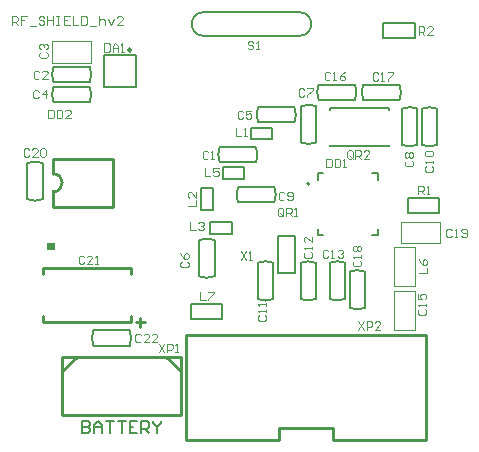
<source format=gto>
G04 Layer_Color=65535*
%FSLAX24Y24*%
%MOIN*%
G70*
G01*
G75*
%ADD10C,0.0079*%
%ADD35C,0.0098*%
%ADD52C,0.0070*%
%ADD53C,0.0100*%
%ADD54C,0.0039*%
G36*
X27752Y34211D02*
X27502D01*
Y34461D01*
X27752D01*
Y34211D01*
D02*
G37*
D10*
X36240Y36427D02*
G03*
X36240Y36427I-39J0D01*
G01*
X35906Y41358D02*
G03*
X35906Y42146I0J394D01*
G01*
X32717D02*
G03*
X32717Y41358I0J-394D01*
G01*
X33356Y36585D02*
Y36978D01*
X34065D01*
Y36781D02*
Y36978D01*
Y36585D02*
Y36781D01*
X33356Y36585D02*
X34065D01*
X33652Y34764D02*
Y35157D01*
X32943Y34764D02*
X33652D01*
X32943D02*
Y34961D01*
Y35157D01*
X33652D01*
X32628Y35561D02*
X33022D01*
X32628D02*
Y36270D01*
X32825D01*
X33022D01*
Y35561D02*
Y36270D01*
X34281Y37904D02*
Y38297D01*
X34990D01*
Y38100D02*
Y38297D01*
Y37904D02*
Y38100D01*
X34281Y37904D02*
X34990D01*
X29409Y39646D02*
X30472D01*
X29409D02*
Y40709D01*
X30472Y39646D02*
Y40709D01*
X29409D02*
X30472D01*
X36929Y38898D02*
Y38937D01*
X38898D01*
Y38898D02*
Y38937D01*
X36929Y37677D02*
Y37717D01*
Y37677D02*
X38898D01*
Y37717D01*
X38317Y36772D02*
X38514D01*
Y36545D02*
Y36772D01*
Y34715D02*
Y34931D01*
X38317Y34715D02*
X38514D01*
X36526Y36772D02*
X36703D01*
X36516D02*
X36526D01*
X36516Y36545D02*
Y36772D01*
Y34715D02*
Y34931D01*
Y34715D02*
X36703D01*
X35207Y34685D02*
X35758D01*
X35207Y33465D02*
X35758D01*
X35207D02*
Y34685D01*
X35758Y33465D02*
Y34685D01*
X32717Y41358D02*
X35906D01*
X32717Y42146D02*
X35906D01*
X28671Y28523D02*
Y28130D01*
X28868D01*
X28934Y28196D01*
Y28261D01*
X28868Y28327D01*
X28671D01*
X28868D01*
X28934Y28392D01*
Y28458D01*
X28868Y28523D01*
X28671D01*
X29065Y28130D02*
Y28392D01*
X29196Y28523D01*
X29327Y28392D01*
Y28130D01*
Y28327D01*
X29065D01*
X29458Y28523D02*
X29721D01*
X29590D01*
Y28130D01*
X29852Y28523D02*
X30114D01*
X29983D01*
Y28130D01*
X30508Y28523D02*
X30246D01*
Y28130D01*
X30508D01*
X30246Y28327D02*
X30377D01*
X30639Y28130D02*
Y28523D01*
X30836D01*
X30902Y28458D01*
Y28327D01*
X30836Y28261D01*
X30639D01*
X30770D02*
X30902Y28130D01*
X31033Y28523D02*
Y28458D01*
X31164Y28327D01*
X31295Y28458D01*
Y28523D01*
X31164Y28327D02*
Y28130D01*
D35*
X30305Y40886D02*
G03*
X30305Y40886I-49J0D01*
G01*
D52*
X38038Y39733D02*
G03*
X38038Y39223I609J-255D01*
G01*
X39245D02*
G03*
X39245Y39733I-608J256D01*
G01*
X27352Y37119D02*
G03*
X26842Y37119I-256J-608D01*
G01*
Y35912D02*
G03*
X27352Y35912I255J609D01*
G01*
X29043Y31545D02*
G03*
X29042Y31035I608J-256D01*
G01*
X30250D02*
G03*
X30249Y31545I-609J255D01*
G01*
X27713Y39654D02*
G03*
X27713Y39144I609J-255D01*
G01*
X28920D02*
G03*
X28920Y39654I-608J256D01*
G01*
X27713Y40324D02*
G03*
X27713Y39813I609J-255D01*
G01*
X28920D02*
G03*
X28920Y40324I-608J256D01*
G01*
X39991Y37723D02*
G03*
X40502Y37723I255J609D01*
G01*
Y38930D02*
G03*
X39991Y38930I-256J-608D01*
G01*
X39841Y38931D02*
G03*
X39331Y38931I-255J-609D01*
G01*
Y37724D02*
G03*
X39841Y37723I256J608D01*
G01*
X36475Y39010D02*
G03*
X35965Y39009I-255J-609D01*
G01*
Y37802D02*
G03*
X36475Y37802I256J608D01*
G01*
X37430Y33793D02*
G03*
X36919Y33793I-255J-609D01*
G01*
Y32586D02*
G03*
X37430Y32585I256J608D01*
G01*
X37580Y32289D02*
G03*
X38090Y32290I255J609D01*
G01*
Y33497D02*
G03*
X37580Y33497I-256J-608D01*
G01*
X34519Y32585D02*
G03*
X35029Y32585I255J609D01*
G01*
Y33792D02*
G03*
X34519Y33793I-256J-608D01*
G01*
X35946Y32585D02*
G03*
X36457Y32585I255J609D01*
G01*
Y33792D02*
G03*
X35946Y33793I-256J-608D01*
G01*
X34462Y37137D02*
G03*
X34462Y37647I-609J255D01*
G01*
X33255D02*
G03*
X33255Y37137I608J-256D01*
G01*
X34534Y38985D02*
G03*
X34534Y38475I609J-255D01*
G01*
X35741D02*
G03*
X35741Y38985I-608J256D01*
G01*
X35073Y35808D02*
G03*
X35072Y36319I-609J255D01*
G01*
X33865D02*
G03*
X33865Y35808I608J-256D01*
G01*
X32570Y33343D02*
G03*
X33081Y33343I255J609D01*
G01*
Y34550D02*
G03*
X32570Y34550I-256J-608D01*
G01*
X37760Y39224D02*
G03*
X37759Y39734I-609J255D01*
G01*
X36552D02*
G03*
X36552Y39224I608J-256D01*
G01*
X38041Y39222D02*
X39242D01*
X38041Y39733D02*
X39241D01*
X26841Y35915D02*
Y37115D01*
X27352Y35915D02*
Y37116D01*
X32283Y31919D02*
Y32431D01*
X33327Y31919D02*
Y32431D01*
X32283Y31919D02*
X33327D01*
X32283Y32431D02*
X33327D01*
X29046Y31034D02*
X30246D01*
X29045Y31545D02*
X30246D01*
X27717Y39144D02*
X28917D01*
X27717Y39655D02*
X28917D01*
X27717Y39813D02*
X28917D01*
X27717Y40324D02*
X28917D01*
X40502Y37726D02*
Y38927D01*
X39991Y37726D02*
Y38926D01*
X39331Y37726D02*
Y38927D01*
X39842Y37727D02*
Y38927D01*
X35965Y37805D02*
Y39006D01*
X36475Y37806D02*
Y39006D01*
X39518Y35453D02*
X40561D01*
X39518Y35965D02*
X40561D01*
X39518Y35453D02*
Y35965D01*
X40561Y35453D02*
Y35965D01*
X36919Y32589D02*
Y33789D01*
X37430Y32589D02*
Y33789D01*
X38091Y32293D02*
Y33494D01*
X37580Y32293D02*
Y33493D01*
X35030Y32589D02*
Y33789D01*
X34519Y32589D02*
Y33789D01*
X36457Y32589D02*
Y33789D01*
X35946Y32589D02*
Y33789D01*
X33258Y37648D02*
X34459D01*
X33259Y37137D02*
X34459D01*
X34537Y38474D02*
X35738D01*
X34537Y38985D02*
X35737D01*
X33868Y36319D02*
X35069D01*
X33869Y35808D02*
X35069D01*
X33081Y33346D02*
Y34547D01*
X32570Y33347D02*
Y34546D01*
X36555Y39734D02*
X37756D01*
X36556Y39223D02*
X37756D01*
X38711Y41791D02*
X39754D01*
X38711Y41280D02*
X39754D01*
Y41791D01*
X38711Y41280D02*
Y41791D01*
D53*
X27702Y36161D02*
G03*
X27702Y36761I0J300D01*
G01*
X28012Y30650D02*
X31949D01*
X28012Y28720D02*
X31949D01*
Y30650D01*
X28012Y28720D02*
Y30650D01*
X31476D02*
X31949Y30177D01*
X28012D02*
X28484Y30650D01*
X30309Y33417D02*
Y33617D01*
X30609Y31667D02*
Y31967D01*
X30459Y31817D02*
X30759D01*
X30309D02*
Y32017D01*
X27359Y33417D02*
Y33617D01*
Y31817D02*
Y32017D01*
Y33617D02*
X30309D01*
X27359Y31817D02*
X30309D01*
X27702Y36761D02*
Y37261D01*
Y35661D02*
X29702D01*
X27702Y37261D02*
X29702D01*
Y35661D02*
Y37261D01*
X27702Y35661D02*
Y36161D01*
X32144Y31394D02*
X40144D01*
X37044Y27894D02*
X40144D01*
X32144D02*
X35244D01*
Y28294D02*
X37044D01*
X40144Y27894D02*
Y31394D01*
X32144Y27894D02*
Y31394D01*
X37044Y27894D02*
Y28294D01*
X35244Y27894D02*
Y28294D01*
D54*
X27648Y40463D02*
Y41171D01*
X28947Y40463D02*
Y41171D01*
X27648D02*
X28947D01*
X27648Y40463D02*
X28947D01*
X40581Y34439D02*
Y35148D01*
X39281Y34439D02*
Y35148D01*
Y34439D02*
X40581D01*
X39281Y35148D02*
X40581D01*
X39059Y34319D02*
X39760D01*
X39059Y33004D02*
X39760D01*
X39059D02*
Y34319D01*
X39760Y33004D02*
Y34319D01*
X39055Y31555D02*
X39764D01*
X39055Y32854D02*
X39764D01*
X39055Y31555D02*
Y32854D01*
X39764Y31555D02*
Y32854D01*
X30627Y31381D02*
X30581Y31427D01*
X30489D01*
X30443Y31381D01*
Y31197D01*
X30489Y31152D01*
X30581D01*
X30627Y31197D01*
X30902Y31152D02*
X30718D01*
X30902Y31335D01*
Y31381D01*
X30856Y31427D01*
X30764D01*
X30718Y31381D01*
X31178Y31152D02*
X30994D01*
X31178Y31335D01*
Y31381D01*
X31132Y31427D01*
X31040D01*
X30994Y31381D01*
X28737Y33989D02*
X28691Y34035D01*
X28599D01*
X28553Y33989D01*
Y33806D01*
X28599Y33760D01*
X28691D01*
X28737Y33806D01*
X29012Y33760D02*
X28829D01*
X29012Y33944D01*
Y33989D01*
X28966Y34035D01*
X28875D01*
X28829Y33989D01*
X29104Y33760D02*
X29196D01*
X29150D01*
Y34035D01*
X29104Y33989D01*
X27545Y38886D02*
Y38611D01*
X27683D01*
X27729Y38656D01*
Y38840D01*
X27683Y38886D01*
X27545D01*
X27821D02*
Y38611D01*
X27958D01*
X28004Y38656D01*
Y38840D01*
X27958Y38886D01*
X27821D01*
X28280Y38611D02*
X28096D01*
X28280Y38794D01*
Y38840D01*
X28234Y38886D01*
X28142D01*
X28096Y38840D01*
X26906Y37562D02*
X26860Y37608D01*
X26768D01*
X26722Y37562D01*
Y37379D01*
X26768Y37333D01*
X26860D01*
X26906Y37379D01*
X27182Y37333D02*
X26998D01*
X27182Y37516D01*
Y37562D01*
X27136Y37608D01*
X27044D01*
X26998Y37562D01*
X27273D02*
X27319Y37608D01*
X27411D01*
X27457Y37562D01*
Y37379D01*
X27411Y37333D01*
X27319D01*
X27273Y37379D01*
Y37562D01*
X32871Y37484D02*
X32825Y37529D01*
X32733D01*
X32687Y37484D01*
Y37300D01*
X32733Y37254D01*
X32825D01*
X32871Y37300D01*
X32963Y37254D02*
X33054D01*
X33008D01*
Y37529D01*
X32963Y37484D01*
X27241Y40151D02*
X27195Y40197D01*
X27103D01*
X27057Y40151D01*
Y39967D01*
X27103Y39921D01*
X27195D01*
X27241Y39967D01*
X27516Y39921D02*
X27333D01*
X27516Y40105D01*
Y40151D01*
X27470Y40197D01*
X27379D01*
X27333Y40151D01*
X27290Y40814D02*
X27244Y40768D01*
Y40676D01*
X27290Y40630D01*
X27474D01*
X27520Y40676D01*
Y40768D01*
X27474Y40814D01*
X27290Y40905D02*
X27244Y40951D01*
Y41043D01*
X27290Y41089D01*
X27336D01*
X27382Y41043D01*
Y40997D01*
Y41043D01*
X27428Y41089D01*
X27474D01*
X27520Y41043D01*
Y40951D01*
X27474Y40905D01*
X27221Y39501D02*
X27175Y39547D01*
X27083D01*
X27037Y39501D01*
Y39318D01*
X27083Y39272D01*
X27175D01*
X27221Y39318D01*
X27451Y39272D02*
Y39547D01*
X27313Y39409D01*
X27497D01*
X34032Y38822D02*
X33986Y38868D01*
X33894D01*
X33848Y38822D01*
Y38638D01*
X33894Y38593D01*
X33986D01*
X34032Y38638D01*
X34308Y38868D02*
X34124D01*
Y38730D01*
X34216Y38776D01*
X34262D01*
X34308Y38730D01*
Y38638D01*
X34262Y38593D01*
X34170D01*
X34124Y38638D01*
X31985Y33835D02*
X31939Y33789D01*
Y33697D01*
X31985Y33652D01*
X32169D01*
X32215Y33697D01*
Y33789D01*
X32169Y33835D01*
X31939Y34111D02*
X31985Y34019D01*
X32077Y33927D01*
X32169D01*
X32215Y33973D01*
Y34065D01*
X32169Y34111D01*
X32123D01*
X32077Y34065D01*
Y33927D01*
X36079Y39560D02*
X36033Y39606D01*
X35942D01*
X35896Y39560D01*
Y39377D01*
X35942Y39331D01*
X36033D01*
X36079Y39377D01*
X36171Y39606D02*
X36355D01*
Y39560D01*
X36171Y39377D01*
Y39331D01*
X39465Y37201D02*
X39419Y37155D01*
Y37064D01*
X39465Y37018D01*
X39649D01*
X39695Y37064D01*
Y37155D01*
X39649Y37201D01*
X39465Y37293D02*
X39419Y37339D01*
Y37431D01*
X39465Y37477D01*
X39511D01*
X39557Y37431D01*
X39603Y37477D01*
X39649D01*
X39695Y37431D01*
Y37339D01*
X39649Y37293D01*
X39603D01*
X39557Y37339D01*
X39511Y37293D01*
X39465D01*
X39557Y37339D02*
Y37431D01*
X35410Y36106D02*
X35364Y36151D01*
X35272D01*
X35226Y36106D01*
Y35922D01*
X35272Y35876D01*
X35364D01*
X35410Y35922D01*
X35502D02*
X35548Y35876D01*
X35640D01*
X35686Y35922D01*
Y36106D01*
X35640Y36151D01*
X35548D01*
X35502Y36106D01*
Y36060D01*
X35548Y36014D01*
X35686D01*
X40144Y37014D02*
X40099Y36968D01*
Y36877D01*
X40144Y36831D01*
X40328D01*
X40374Y36877D01*
Y36968D01*
X40328Y37014D01*
X40374Y37106D02*
Y37198D01*
Y37152D01*
X40099D01*
X40144Y37106D01*
Y37336D02*
X40099Y37382D01*
Y37474D01*
X40144Y37519D01*
X40328D01*
X40374Y37474D01*
Y37382D01*
X40328Y37336D01*
X40144D01*
X34564Y32044D02*
X34518Y31998D01*
Y31906D01*
X34564Y31860D01*
X34747D01*
X34793Y31906D01*
Y31998D01*
X34747Y32044D01*
X34793Y32136D02*
Y32228D01*
Y32182D01*
X34518D01*
X34564Y32136D01*
X34793Y32365D02*
Y32457D01*
Y32411D01*
X34518D01*
X34564Y32365D01*
X36099Y34150D02*
X36053Y34104D01*
Y34012D01*
X36099Y33967D01*
X36283D01*
X36329Y34012D01*
Y34104D01*
X36283Y34150D01*
X36329Y34242D02*
Y34334D01*
Y34288D01*
X36053D01*
X36099Y34242D01*
X36329Y34655D02*
Y34472D01*
X36145Y34655D01*
X36099D01*
X36053Y34609D01*
Y34518D01*
X36099Y34472D01*
X36867Y34186D02*
X36821Y34232D01*
X36729D01*
X36683Y34186D01*
Y34003D01*
X36729Y33957D01*
X36821D01*
X36867Y34003D01*
X36959Y33957D02*
X37050D01*
X37004D01*
Y34232D01*
X36959Y34186D01*
X37188D02*
X37234Y34232D01*
X37326D01*
X37372Y34186D01*
Y34140D01*
X37326Y34094D01*
X37280D01*
X37326D01*
X37372Y34049D01*
Y34003D01*
X37326Y33957D01*
X37234D01*
X37188Y34003D01*
X39898Y32251D02*
X39852Y32205D01*
Y32113D01*
X39898Y32067D01*
X40082D01*
X40128Y32113D01*
Y32205D01*
X40082Y32251D01*
X40128Y32342D02*
Y32434D01*
Y32388D01*
X39852D01*
X39898Y32342D01*
X39852Y32756D02*
Y32572D01*
X39990D01*
X39944Y32664D01*
Y32710D01*
X39990Y32756D01*
X40082D01*
X40128Y32710D01*
Y32618D01*
X40082Y32572D01*
X36936Y40102D02*
X36890Y40148D01*
X36798D01*
X36752Y40102D01*
Y39918D01*
X36798Y39872D01*
X36890D01*
X36936Y39918D01*
X37027Y39872D02*
X37119D01*
X37073D01*
Y40148D01*
X37027Y40102D01*
X37441Y40148D02*
X37349Y40102D01*
X37257Y40010D01*
Y39918D01*
X37303Y39872D01*
X37395D01*
X37441Y39918D01*
Y39964D01*
X37395Y40010D01*
X37257D01*
X38530Y40092D02*
X38484Y40138D01*
X38392D01*
X38346Y40092D01*
Y39908D01*
X38392Y39862D01*
X38484D01*
X38530Y39908D01*
X38622Y39862D02*
X38714D01*
X38668D01*
Y40138D01*
X38622Y40092D01*
X38852Y40138D02*
X39035D01*
Y40092D01*
X38852Y39908D01*
Y39862D01*
X37743Y33855D02*
X37697Y33809D01*
Y33717D01*
X37743Y33671D01*
X37927D01*
X37972Y33717D01*
Y33809D01*
X37927Y33855D01*
X37972Y33947D02*
Y34039D01*
Y33993D01*
X37697D01*
X37743Y33947D01*
Y34176D02*
X37697Y34222D01*
Y34314D01*
X37743Y34360D01*
X37789D01*
X37835Y34314D01*
X37881Y34360D01*
X37927D01*
X37972Y34314D01*
Y34222D01*
X37927Y34176D01*
X37881D01*
X37835Y34222D01*
X37789Y34176D01*
X37743D01*
X37835Y34222D02*
Y34314D01*
X40991Y34885D02*
X40945Y34931D01*
X40853D01*
X40807Y34885D01*
Y34701D01*
X40853Y34656D01*
X40945D01*
X40991Y34701D01*
X41083Y34656D02*
X41174D01*
X41129D01*
Y34931D01*
X41083Y34885D01*
X41312Y34701D02*
X41358Y34656D01*
X41450D01*
X41496Y34701D01*
Y34885D01*
X41450Y34931D01*
X41358D01*
X41312Y34885D01*
Y34839D01*
X41358Y34793D01*
X41496D01*
X29409Y41102D02*
Y40827D01*
X29547D01*
X29593Y40873D01*
Y41056D01*
X29547Y41102D01*
X29409D01*
X29685Y40827D02*
Y41010D01*
X29777Y41102D01*
X29869Y41010D01*
Y40827D01*
Y40965D01*
X29685D01*
X29960Y40827D02*
X30052D01*
X30006D01*
Y41102D01*
X29960Y41056D01*
X36811Y37254D02*
Y36978D01*
X36949D01*
X36995Y37024D01*
Y37208D01*
X36949Y37254D01*
X36811D01*
X37087D02*
Y36978D01*
X37224D01*
X37270Y37024D01*
Y37208D01*
X37224Y37254D01*
X37087D01*
X37362Y36978D02*
X37454D01*
X37408D01*
Y37254D01*
X37362Y37208D01*
X33780Y38297D02*
Y38022D01*
X33963D01*
X34055D02*
X34147D01*
X34101D01*
Y38297D01*
X34055Y38251D01*
X32195Y35689D02*
X32470D01*
Y35873D01*
Y36148D02*
Y35964D01*
X32287Y36148D01*
X32241D01*
X32195Y36102D01*
Y36010D01*
X32241Y35964D01*
X32264Y35148D02*
Y34872D01*
X32447D01*
X32539Y35102D02*
X32585Y35148D01*
X32677D01*
X32723Y35102D01*
Y35056D01*
X32677Y35010D01*
X32631D01*
X32677D01*
X32723Y34964D01*
Y34918D01*
X32677Y34872D01*
X32585D01*
X32539Y34918D01*
X32756Y36949D02*
Y36673D01*
X32940D01*
X33215Y36949D02*
X33031D01*
Y36811D01*
X33123Y36857D01*
X33169D01*
X33215Y36811D01*
Y36719D01*
X33169Y36673D01*
X33077D01*
X33031Y36719D01*
X39882Y33445D02*
X40157D01*
Y33629D01*
X39882Y33904D02*
X39928Y33812D01*
X40020Y33720D01*
X40112D01*
X40157Y33766D01*
Y33858D01*
X40112Y33904D01*
X40066D01*
X40020Y33858D01*
Y33720D01*
X32598Y32815D02*
Y32539D01*
X32782D01*
X32874Y32815D02*
X33058D01*
Y32769D01*
X32874Y32585D01*
Y32539D01*
X35371Y35400D02*
Y35584D01*
X35325Y35630D01*
X35233D01*
X35187Y35584D01*
Y35400D01*
X35233Y35354D01*
X35325D01*
X35279Y35446D02*
X35371Y35354D01*
X35325D02*
X35371Y35400D01*
X35463Y35354D02*
Y35630D01*
X35600D01*
X35646Y35584D01*
Y35492D01*
X35600Y35446D01*
X35463D01*
X35554D02*
X35646Y35354D01*
X35738D02*
X35830D01*
X35784D01*
Y35630D01*
X35738Y35584D01*
X37684Y37310D02*
Y37493D01*
X37638Y37539D01*
X37546D01*
X37500Y37493D01*
Y37310D01*
X37546Y37264D01*
X37638D01*
X37592Y37356D02*
X37684Y37264D01*
X37638D02*
X37684Y37310D01*
X37775Y37264D02*
Y37539D01*
X37913D01*
X37959Y37493D01*
Y37402D01*
X37913Y37356D01*
X37775D01*
X37867D02*
X37959Y37264D01*
X38235D02*
X38051D01*
X38235Y37447D01*
Y37493D01*
X38189Y37539D01*
X38097D01*
X38051Y37493D01*
X39872Y36083D02*
Y36358D01*
X40010D01*
X40056Y36312D01*
Y36220D01*
X40010Y36175D01*
X39872D01*
X39964D02*
X40056Y36083D01*
X40148D02*
X40239D01*
X40193D01*
Y36358D01*
X40148Y36312D01*
X33947Y34173D02*
X34131Y33898D01*
Y34173D02*
X33947Y33898D01*
X34222D02*
X34314D01*
X34268D01*
Y34173D01*
X34222Y34127D01*
X31220Y31083D02*
X31404Y30807D01*
Y31083D02*
X31220Y30807D01*
X31496D02*
Y31083D01*
X31634D01*
X31680Y31037D01*
Y30945D01*
X31634Y30899D01*
X31496D01*
X31771Y30807D02*
X31863D01*
X31817D01*
Y31083D01*
X31771Y31037D01*
X37874Y31840D02*
X38058Y31565D01*
Y31840D02*
X37874Y31565D01*
X38150D02*
Y31840D01*
X38287D01*
X38333Y31795D01*
Y31703D01*
X38287Y31657D01*
X38150D01*
X38609Y31565D02*
X38425D01*
X38609Y31749D01*
Y31795D01*
X38563Y31840D01*
X38471D01*
X38425Y31795D01*
X39892Y41398D02*
Y41673D01*
X40029D01*
X40075Y41627D01*
Y41535D01*
X40029Y41489D01*
X39892D01*
X39984D02*
X40075Y41398D01*
X40351D02*
X40167D01*
X40351Y41581D01*
Y41627D01*
X40305Y41673D01*
X40213D01*
X40167Y41627D01*
X34377Y41135D02*
X34331Y41181D01*
X34239D01*
X34193Y41135D01*
Y41089D01*
X34239Y41043D01*
X34331D01*
X34377Y40997D01*
Y40951D01*
X34331Y40906D01*
X34239D01*
X34193Y40951D01*
X34468Y40906D02*
X34560D01*
X34514D01*
Y41181D01*
X34468Y41135D01*
X26329Y41722D02*
Y42018D01*
X26476D01*
X26526Y41968D01*
Y41870D01*
X26476Y41821D01*
X26329D01*
X26427D02*
X26526Y41722D01*
X26821Y42018D02*
X26624D01*
Y41870D01*
X26722D01*
X26624D01*
Y41722D01*
X26919Y41673D02*
X27116D01*
X27411Y41968D02*
X27362Y42018D01*
X27263D01*
X27214Y41968D01*
Y41919D01*
X27263Y41870D01*
X27362D01*
X27411Y41821D01*
Y41772D01*
X27362Y41722D01*
X27263D01*
X27214Y41772D01*
X27509Y42018D02*
Y41722D01*
Y41870D01*
X27706D01*
Y42018D01*
Y41722D01*
X27805Y42018D02*
X27903D01*
X27854D01*
Y41722D01*
X27805D01*
X27903D01*
X28247Y42018D02*
X28051D01*
Y41722D01*
X28247D01*
X28051Y41870D02*
X28149D01*
X28346Y42018D02*
Y41722D01*
X28543D01*
X28641Y42018D02*
Y41722D01*
X28789D01*
X28838Y41772D01*
Y41968D01*
X28789Y42018D01*
X28641D01*
X28936Y41673D02*
X29133D01*
X29231Y42018D02*
Y41722D01*
Y41870D01*
X29281Y41919D01*
X29379D01*
X29428Y41870D01*
Y41722D01*
X29527Y41919D02*
X29625Y41722D01*
X29723Y41919D01*
X30018Y41722D02*
X29822D01*
X30018Y41919D01*
Y41968D01*
X29969Y42018D01*
X29871D01*
X29822Y41968D01*
M02*

</source>
